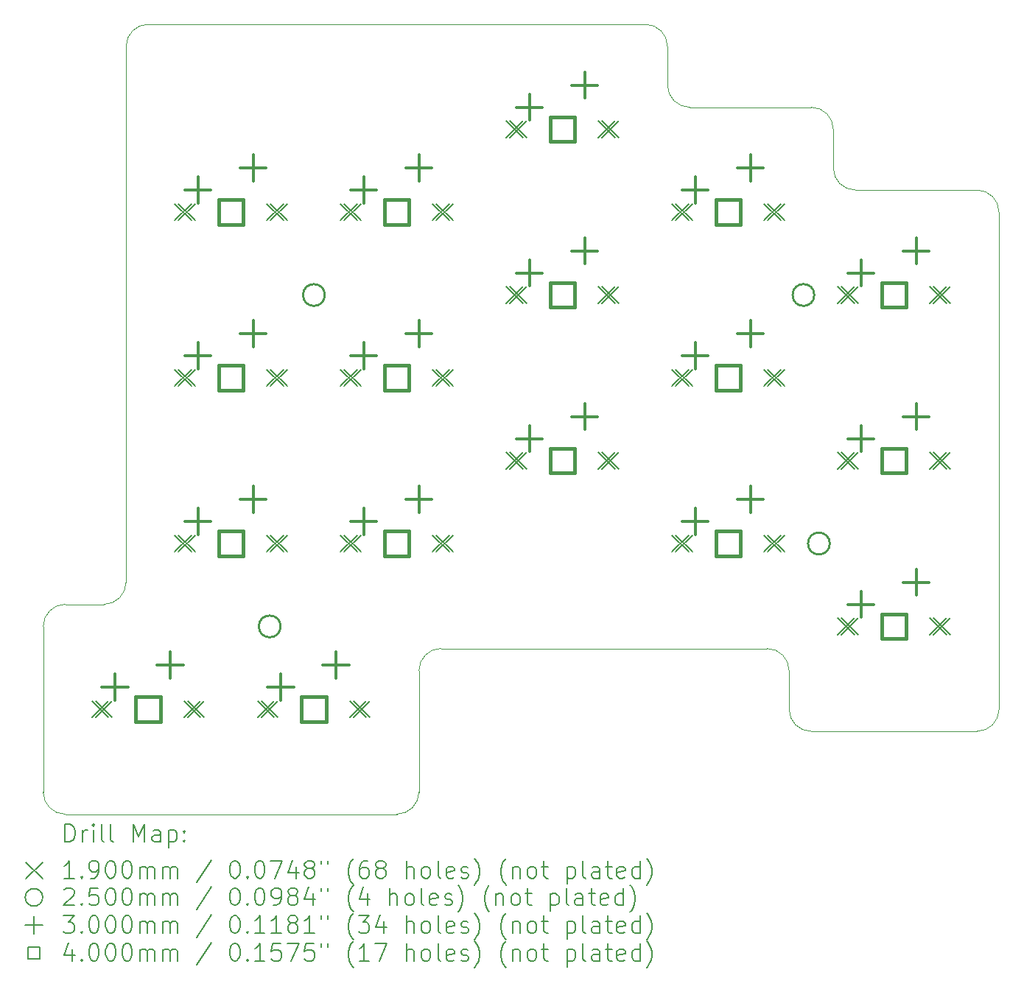
<source format=gbr>
%FSLAX45Y45*%
G04 Gerber Fmt 4.5, Leading zero omitted, Abs format (unit mm)*
G04 Created by KiCad (PCBNEW (6.0.5-0)) date 2022-06-17 11:22:57*
%MOMM*%
%LPD*%
G01*
G04 APERTURE LIST*
%TA.AperFunction,Profile*%
%ADD10C,0.120000*%
%TD*%
%ADD11C,0.200000*%
%ADD12C,0.190000*%
%ADD13C,0.250000*%
%ADD14C,0.300000*%
%ADD15C,0.400000*%
G04 APERTURE END LIST*
D10*
X5016500Y952500D02*
G75*
G03*
X4762500Y1206500I-254000J0D01*
G01*
X3111500Y1460500D02*
X3111500Y1905000D01*
X-5270500Y-3556000D02*
G75*
G03*
X-5016500Y-3302000I0J254000D01*
G01*
X1206500Y2857500D02*
G75*
G03*
X952500Y3111500I-254000J0D01*
G01*
X2603500Y-4318000D02*
G75*
G03*
X2349500Y-4064000I-254000J0D01*
G01*
X2857500Y-5016500D02*
X4762500Y-5016500D01*
X-5969000Y-5715000D02*
G75*
G03*
X-5715000Y-5969000I254000J0D01*
G01*
X2349500Y-4064000D02*
X-1397000Y-4064000D01*
X5016500Y-4762500D02*
X5016500Y952500D01*
X-4762500Y3111500D02*
G75*
G03*
X-5016500Y2857500I0J-254000D01*
G01*
X-5969000Y-3810000D02*
X-5969000Y-4064000D01*
X-1905000Y-5969000D02*
G75*
G03*
X-1651000Y-5715000I0J254000D01*
G01*
X-1905000Y-5969000D02*
X-5461000Y-5969000D01*
X-5969000Y-5715000D02*
X-5969000Y-4064000D01*
X-5715000Y-5969000D02*
X-5461000Y-5969000D01*
X3111500Y1460500D02*
G75*
G03*
X3365500Y1206500I254000J0D01*
G01*
X1206500Y2857500D02*
X1206500Y2413000D01*
X1206500Y2413000D02*
G75*
G03*
X1460500Y2159000I254000J0D01*
G01*
X1460500Y2159000D02*
X2857500Y2159000D01*
X-952500Y3111500D02*
X-4762500Y3111500D01*
X-5016500Y2857500D02*
X-5016500Y-3302000D01*
X2603500Y-4762500D02*
G75*
G03*
X2857500Y-5016500I254000J0D01*
G01*
X2603500Y-4318000D02*
X2603500Y-4762500D01*
X952500Y3111500D02*
X-952500Y3111500D01*
X-1397000Y-4064000D02*
G75*
G03*
X-1651000Y-4318000I0J-254000D01*
G01*
X-5715000Y-3556000D02*
G75*
G03*
X-5969000Y-3810000I0J-254000D01*
G01*
X-5270500Y-3556000D02*
X-5715000Y-3556000D01*
X-1651000Y-5715000D02*
X-1651000Y-4318000D01*
X4762500Y-5016500D02*
G75*
G03*
X5016500Y-4762500I0J254000D01*
G01*
X3111500Y1905000D02*
G75*
G03*
X2857500Y2159000I-254000J0D01*
G01*
X4762500Y1206500D02*
X3365500Y1206500D01*
D11*
D12*
X-5407500Y-4667500D02*
X-5217500Y-4857500D01*
X-5217500Y-4667500D02*
X-5407500Y-4857500D01*
X-5365500Y-4667500D02*
X-5175500Y-4857500D01*
X-5175500Y-4667500D02*
X-5365500Y-4857500D01*
X-4455000Y1047500D02*
X-4265000Y857500D01*
X-4265000Y1047500D02*
X-4455000Y857500D01*
X-4455000Y-857500D02*
X-4265000Y-1047500D01*
X-4265000Y-857500D02*
X-4455000Y-1047500D01*
X-4455000Y-2762500D02*
X-4265000Y-2952500D01*
X-4265000Y-2762500D02*
X-4455000Y-2952500D01*
X-4413000Y1047500D02*
X-4223000Y857500D01*
X-4223000Y1047500D02*
X-4413000Y857500D01*
X-4413000Y-857500D02*
X-4223000Y-1047500D01*
X-4223000Y-857500D02*
X-4413000Y-1047500D01*
X-4413000Y-2762500D02*
X-4223000Y-2952500D01*
X-4223000Y-2762500D02*
X-4413000Y-2952500D01*
X-4349500Y-4667500D02*
X-4159500Y-4857500D01*
X-4159500Y-4667500D02*
X-4349500Y-4857500D01*
X-4307500Y-4667500D02*
X-4117500Y-4857500D01*
X-4117500Y-4667500D02*
X-4307500Y-4857500D01*
X-3502500Y-4667500D02*
X-3312500Y-4857500D01*
X-3312500Y-4667500D02*
X-3502500Y-4857500D01*
X-3460500Y-4667500D02*
X-3270500Y-4857500D01*
X-3270500Y-4667500D02*
X-3460500Y-4857500D01*
X-3397000Y1047500D02*
X-3207000Y857500D01*
X-3207000Y1047500D02*
X-3397000Y857500D01*
X-3397000Y-857500D02*
X-3207000Y-1047500D01*
X-3207000Y-857500D02*
X-3397000Y-1047500D01*
X-3397000Y-2762500D02*
X-3207000Y-2952500D01*
X-3207000Y-2762500D02*
X-3397000Y-2952500D01*
X-3355000Y1047500D02*
X-3165000Y857500D01*
X-3165000Y1047500D02*
X-3355000Y857500D01*
X-3355000Y-857500D02*
X-3165000Y-1047500D01*
X-3165000Y-857500D02*
X-3355000Y-1047500D01*
X-3355000Y-2762500D02*
X-3165000Y-2952500D01*
X-3165000Y-2762500D02*
X-3355000Y-2952500D01*
X-2550000Y1047500D02*
X-2360000Y857500D01*
X-2360000Y1047500D02*
X-2550000Y857500D01*
X-2550000Y-857500D02*
X-2360000Y-1047500D01*
X-2360000Y-857500D02*
X-2550000Y-1047500D01*
X-2550000Y-2762500D02*
X-2360000Y-2952500D01*
X-2360000Y-2762500D02*
X-2550000Y-2952500D01*
X-2508000Y1047500D02*
X-2318000Y857500D01*
X-2318000Y1047500D02*
X-2508000Y857500D01*
X-2508000Y-857500D02*
X-2318000Y-1047500D01*
X-2318000Y-857500D02*
X-2508000Y-1047500D01*
X-2508000Y-2762500D02*
X-2318000Y-2952500D01*
X-2318000Y-2762500D02*
X-2508000Y-2952500D01*
X-2444500Y-4667500D02*
X-2254500Y-4857500D01*
X-2254500Y-4667500D02*
X-2444500Y-4857500D01*
X-2402500Y-4667500D02*
X-2212500Y-4857500D01*
X-2212500Y-4667500D02*
X-2402500Y-4857500D01*
X-1492000Y1047500D02*
X-1302000Y857500D01*
X-1302000Y1047500D02*
X-1492000Y857500D01*
X-1492000Y-857500D02*
X-1302000Y-1047500D01*
X-1302000Y-857500D02*
X-1492000Y-1047500D01*
X-1492000Y-2762500D02*
X-1302000Y-2952500D01*
X-1302000Y-2762500D02*
X-1492000Y-2952500D01*
X-1450000Y1047500D02*
X-1260000Y857500D01*
X-1260000Y1047500D02*
X-1450000Y857500D01*
X-1450000Y-857500D02*
X-1260000Y-1047500D01*
X-1260000Y-857500D02*
X-1450000Y-1047500D01*
X-1450000Y-2762500D02*
X-1260000Y-2952500D01*
X-1260000Y-2762500D02*
X-1450000Y-2952500D01*
X-645000Y2000000D02*
X-455000Y1810000D01*
X-455000Y2000000D02*
X-645000Y1810000D01*
X-645000Y95000D02*
X-455000Y-95000D01*
X-455000Y95000D02*
X-645000Y-95000D01*
X-645000Y-1810000D02*
X-455000Y-2000000D01*
X-455000Y-1810000D02*
X-645000Y-2000000D01*
X-603000Y2000000D02*
X-413000Y1810000D01*
X-413000Y2000000D02*
X-603000Y1810000D01*
X-603000Y95000D02*
X-413000Y-95000D01*
X-413000Y95000D02*
X-603000Y-95000D01*
X-603000Y-1810000D02*
X-413000Y-2000000D01*
X-413000Y-1810000D02*
X-603000Y-2000000D01*
X413000Y2000000D02*
X603000Y1810000D01*
X603000Y2000000D02*
X413000Y1810000D01*
X413000Y95000D02*
X603000Y-95000D01*
X603000Y95000D02*
X413000Y-95000D01*
X413000Y-1810000D02*
X603000Y-2000000D01*
X603000Y-1810000D02*
X413000Y-2000000D01*
X455000Y2000000D02*
X645000Y1810000D01*
X645000Y2000000D02*
X455000Y1810000D01*
X455000Y95000D02*
X645000Y-95000D01*
X645000Y95000D02*
X455000Y-95000D01*
X455000Y-1810000D02*
X645000Y-2000000D01*
X645000Y-1810000D02*
X455000Y-2000000D01*
X1260000Y1047500D02*
X1450000Y857500D01*
X1450000Y1047500D02*
X1260000Y857500D01*
X1260000Y-857500D02*
X1450000Y-1047500D01*
X1450000Y-857500D02*
X1260000Y-1047500D01*
X1260000Y-2762500D02*
X1450000Y-2952500D01*
X1450000Y-2762500D02*
X1260000Y-2952500D01*
X1302000Y1047500D02*
X1492000Y857500D01*
X1492000Y1047500D02*
X1302000Y857500D01*
X1302000Y-857500D02*
X1492000Y-1047500D01*
X1492000Y-857500D02*
X1302000Y-1047500D01*
X1302000Y-2762500D02*
X1492000Y-2952500D01*
X1492000Y-2762500D02*
X1302000Y-2952500D01*
X2318000Y1047500D02*
X2508000Y857500D01*
X2508000Y1047500D02*
X2318000Y857500D01*
X2318000Y-857500D02*
X2508000Y-1047500D01*
X2508000Y-857500D02*
X2318000Y-1047500D01*
X2318000Y-2762500D02*
X2508000Y-2952500D01*
X2508000Y-2762500D02*
X2318000Y-2952500D01*
X2360000Y1047500D02*
X2550000Y857500D01*
X2550000Y1047500D02*
X2360000Y857500D01*
X2360000Y-857500D02*
X2550000Y-1047500D01*
X2550000Y-857500D02*
X2360000Y-1047500D01*
X2360000Y-2762500D02*
X2550000Y-2952500D01*
X2550000Y-2762500D02*
X2360000Y-2952500D01*
X3165000Y95000D02*
X3355000Y-95000D01*
X3355000Y95000D02*
X3165000Y-95000D01*
X3165000Y-1810000D02*
X3355000Y-2000000D01*
X3355000Y-1810000D02*
X3165000Y-2000000D01*
X3165000Y-3715000D02*
X3355000Y-3905000D01*
X3355000Y-3715000D02*
X3165000Y-3905000D01*
X3207000Y95000D02*
X3397000Y-95000D01*
X3397000Y95000D02*
X3207000Y-95000D01*
X3207000Y-1810000D02*
X3397000Y-2000000D01*
X3397000Y-1810000D02*
X3207000Y-2000000D01*
X3207000Y-3715000D02*
X3397000Y-3905000D01*
X3397000Y-3715000D02*
X3207000Y-3905000D01*
X4223000Y95000D02*
X4413000Y-95000D01*
X4413000Y95000D02*
X4223000Y-95000D01*
X4223000Y-1810000D02*
X4413000Y-2000000D01*
X4413000Y-1810000D02*
X4223000Y-2000000D01*
X4223000Y-3715000D02*
X4413000Y-3905000D01*
X4413000Y-3715000D02*
X4223000Y-3905000D01*
X4265000Y95000D02*
X4455000Y-95000D01*
X4455000Y95000D02*
X4265000Y-95000D01*
X4265000Y-1810000D02*
X4455000Y-2000000D01*
X4455000Y-1810000D02*
X4265000Y-2000000D01*
X4265000Y-3715000D02*
X4455000Y-3905000D01*
X4455000Y-3715000D02*
X4265000Y-3905000D01*
D13*
X-3240500Y-3810000D02*
G75*
G03*
X-3240500Y-3810000I-125000J0D01*
G01*
X-2732500Y0D02*
G75*
G03*
X-2732500Y0I-125000J0D01*
G01*
X2893600Y0D02*
G75*
G03*
X2893600Y0I-125000J0D01*
G01*
X3071400Y-2857500D02*
G75*
G03*
X3071400Y-2857500I-125000J0D01*
G01*
D14*
X-5143500Y-4358500D02*
X-5143500Y-4658500D01*
X-5293500Y-4508500D02*
X-4993500Y-4508500D01*
X-4508500Y-4104500D02*
X-4508500Y-4404500D01*
X-4658500Y-4254500D02*
X-4358500Y-4254500D01*
X-4191000Y1356500D02*
X-4191000Y1056500D01*
X-4341000Y1206500D02*
X-4041000Y1206500D01*
X-4191000Y-548500D02*
X-4191000Y-848500D01*
X-4341000Y-698500D02*
X-4041000Y-698500D01*
X-4191000Y-2453500D02*
X-4191000Y-2753500D01*
X-4341000Y-2603500D02*
X-4041000Y-2603500D01*
X-3556000Y1610500D02*
X-3556000Y1310500D01*
X-3706000Y1460500D02*
X-3406000Y1460500D01*
X-3556000Y-294500D02*
X-3556000Y-594500D01*
X-3706000Y-444500D02*
X-3406000Y-444500D01*
X-3556000Y-2199500D02*
X-3556000Y-2499500D01*
X-3706000Y-2349500D02*
X-3406000Y-2349500D01*
X-3238500Y-4358500D02*
X-3238500Y-4658500D01*
X-3388500Y-4508500D02*
X-3088500Y-4508500D01*
X-2603500Y-4104500D02*
X-2603500Y-4404500D01*
X-2753500Y-4254500D02*
X-2453500Y-4254500D01*
X-2286000Y1356500D02*
X-2286000Y1056500D01*
X-2436000Y1206500D02*
X-2136000Y1206500D01*
X-2286000Y-548500D02*
X-2286000Y-848500D01*
X-2436000Y-698500D02*
X-2136000Y-698500D01*
X-2286000Y-2453500D02*
X-2286000Y-2753500D01*
X-2436000Y-2603500D02*
X-2136000Y-2603500D01*
X-1651000Y1610500D02*
X-1651000Y1310500D01*
X-1801000Y1460500D02*
X-1501000Y1460500D01*
X-1651000Y-294500D02*
X-1651000Y-594500D01*
X-1801000Y-444500D02*
X-1501000Y-444500D01*
X-1651000Y-2199500D02*
X-1651000Y-2499500D01*
X-1801000Y-2349500D02*
X-1501000Y-2349500D01*
X-381000Y2309000D02*
X-381000Y2009000D01*
X-531000Y2159000D02*
X-231000Y2159000D01*
X-381000Y404000D02*
X-381000Y104000D01*
X-531000Y254000D02*
X-231000Y254000D01*
X-381000Y-1501000D02*
X-381000Y-1801000D01*
X-531000Y-1651000D02*
X-231000Y-1651000D01*
X254000Y2563000D02*
X254000Y2263000D01*
X104000Y2413000D02*
X404000Y2413000D01*
X254000Y658000D02*
X254000Y358000D01*
X104000Y508000D02*
X404000Y508000D01*
X254000Y-1247000D02*
X254000Y-1547000D01*
X104000Y-1397000D02*
X404000Y-1397000D01*
X1524000Y1356500D02*
X1524000Y1056500D01*
X1374000Y1206500D02*
X1674000Y1206500D01*
X1524000Y-548500D02*
X1524000Y-848500D01*
X1374000Y-698500D02*
X1674000Y-698500D01*
X1524000Y-2453500D02*
X1524000Y-2753500D01*
X1374000Y-2603500D02*
X1674000Y-2603500D01*
X2159000Y1610500D02*
X2159000Y1310500D01*
X2009000Y1460500D02*
X2309000Y1460500D01*
X2159000Y-294500D02*
X2159000Y-594500D01*
X2009000Y-444500D02*
X2309000Y-444500D01*
X2159000Y-2199500D02*
X2159000Y-2499500D01*
X2009000Y-2349500D02*
X2309000Y-2349500D01*
X3429000Y404000D02*
X3429000Y104000D01*
X3279000Y254000D02*
X3579000Y254000D01*
X3429000Y-1501000D02*
X3429000Y-1801000D01*
X3279000Y-1651000D02*
X3579000Y-1651000D01*
X3429000Y-3406000D02*
X3429000Y-3706000D01*
X3279000Y-3556000D02*
X3579000Y-3556000D01*
X4064000Y658000D02*
X4064000Y358000D01*
X3914000Y508000D02*
X4214000Y508000D01*
X4064000Y-1247000D02*
X4064000Y-1547000D01*
X3914000Y-1397000D02*
X4214000Y-1397000D01*
X4064000Y-3152000D02*
X4064000Y-3452000D01*
X3914000Y-3302000D02*
X4214000Y-3302000D01*
D15*
X-4621077Y-4903923D02*
X-4621077Y-4621077D01*
X-4903923Y-4621077D01*
X-4903923Y-4903923D01*
X-4621077Y-4903923D01*
X-3668577Y811077D02*
X-3668577Y1093923D01*
X-3951423Y1093923D01*
X-3951423Y811077D01*
X-3668577Y811077D01*
X-3668577Y-1093923D02*
X-3668577Y-811077D01*
X-3951423Y-811077D01*
X-3951423Y-1093923D01*
X-3668577Y-1093923D01*
X-3668577Y-2998923D02*
X-3668577Y-2716077D01*
X-3951423Y-2716077D01*
X-3951423Y-2998923D01*
X-3668577Y-2998923D01*
X-2716077Y-4903923D02*
X-2716077Y-4621077D01*
X-2998923Y-4621077D01*
X-2998923Y-4903923D01*
X-2716077Y-4903923D01*
X-1763577Y811077D02*
X-1763577Y1093923D01*
X-2046423Y1093923D01*
X-2046423Y811077D01*
X-1763577Y811077D01*
X-1763577Y-1093923D02*
X-1763577Y-811077D01*
X-2046423Y-811077D01*
X-2046423Y-1093923D01*
X-1763577Y-1093923D01*
X-1763577Y-2998923D02*
X-1763577Y-2716077D01*
X-2046423Y-2716077D01*
X-2046423Y-2998923D01*
X-1763577Y-2998923D01*
X141423Y1763577D02*
X141423Y2046423D01*
X-141423Y2046423D01*
X-141423Y1763577D01*
X141423Y1763577D01*
X141423Y-141423D02*
X141423Y141423D01*
X-141423Y141423D01*
X-141423Y-141423D01*
X141423Y-141423D01*
X141423Y-2046423D02*
X141423Y-1763577D01*
X-141423Y-1763577D01*
X-141423Y-2046423D01*
X141423Y-2046423D01*
X2046423Y811077D02*
X2046423Y1093923D01*
X1763577Y1093923D01*
X1763577Y811077D01*
X2046423Y811077D01*
X2046423Y-1093923D02*
X2046423Y-811077D01*
X1763577Y-811077D01*
X1763577Y-1093923D01*
X2046423Y-1093923D01*
X2046423Y-2998923D02*
X2046423Y-2716077D01*
X1763577Y-2716077D01*
X1763577Y-2998923D01*
X2046423Y-2998923D01*
X3951423Y-141423D02*
X3951423Y141423D01*
X3668577Y141423D01*
X3668577Y-141423D01*
X3951423Y-141423D01*
X3951423Y-2046423D02*
X3951423Y-1763577D01*
X3668577Y-1763577D01*
X3668577Y-2046423D01*
X3951423Y-2046423D01*
X3951423Y-3951423D02*
X3951423Y-3668577D01*
X3668577Y-3668577D01*
X3668577Y-3951423D01*
X3951423Y-3951423D01*
D11*
X-5717381Y-6285476D02*
X-5717381Y-6085476D01*
X-5669762Y-6085476D01*
X-5641190Y-6095000D01*
X-5622143Y-6114048D01*
X-5612619Y-6133095D01*
X-5603095Y-6171190D01*
X-5603095Y-6199762D01*
X-5612619Y-6237857D01*
X-5622143Y-6256905D01*
X-5641190Y-6275952D01*
X-5669762Y-6285476D01*
X-5717381Y-6285476D01*
X-5517381Y-6285476D02*
X-5517381Y-6152143D01*
X-5517381Y-6190238D02*
X-5507857Y-6171190D01*
X-5498333Y-6161667D01*
X-5479286Y-6152143D01*
X-5460238Y-6152143D01*
X-5393572Y-6285476D02*
X-5393572Y-6152143D01*
X-5393572Y-6085476D02*
X-5403095Y-6095000D01*
X-5393572Y-6104524D01*
X-5384048Y-6095000D01*
X-5393572Y-6085476D01*
X-5393572Y-6104524D01*
X-5269762Y-6285476D02*
X-5288810Y-6275952D01*
X-5298333Y-6256905D01*
X-5298333Y-6085476D01*
X-5165000Y-6285476D02*
X-5184048Y-6275952D01*
X-5193572Y-6256905D01*
X-5193572Y-6085476D01*
X-4936429Y-6285476D02*
X-4936429Y-6085476D01*
X-4869762Y-6228333D01*
X-4803095Y-6085476D01*
X-4803095Y-6285476D01*
X-4622143Y-6285476D02*
X-4622143Y-6180714D01*
X-4631667Y-6161667D01*
X-4650714Y-6152143D01*
X-4688810Y-6152143D01*
X-4707857Y-6161667D01*
X-4622143Y-6275952D02*
X-4641191Y-6285476D01*
X-4688810Y-6285476D01*
X-4707857Y-6275952D01*
X-4717381Y-6256905D01*
X-4717381Y-6237857D01*
X-4707857Y-6218809D01*
X-4688810Y-6209286D01*
X-4641191Y-6209286D01*
X-4622143Y-6199762D01*
X-4526905Y-6152143D02*
X-4526905Y-6352143D01*
X-4526905Y-6161667D02*
X-4507857Y-6152143D01*
X-4469762Y-6152143D01*
X-4450714Y-6161667D01*
X-4441191Y-6171190D01*
X-4431667Y-6190238D01*
X-4431667Y-6247381D01*
X-4441191Y-6266428D01*
X-4450714Y-6275952D01*
X-4469762Y-6285476D01*
X-4507857Y-6285476D01*
X-4526905Y-6275952D01*
X-4345952Y-6266428D02*
X-4336429Y-6275952D01*
X-4345952Y-6285476D01*
X-4355476Y-6275952D01*
X-4345952Y-6266428D01*
X-4345952Y-6285476D01*
X-4345952Y-6161667D02*
X-4336429Y-6171190D01*
X-4345952Y-6180714D01*
X-4355476Y-6171190D01*
X-4345952Y-6161667D01*
X-4345952Y-6180714D01*
D12*
X-6165000Y-6520000D02*
X-5975000Y-6710000D01*
X-5975000Y-6520000D02*
X-6165000Y-6710000D01*
D11*
X-5612619Y-6705476D02*
X-5726905Y-6705476D01*
X-5669762Y-6705476D02*
X-5669762Y-6505476D01*
X-5688810Y-6534048D01*
X-5707857Y-6553095D01*
X-5726905Y-6562619D01*
X-5526905Y-6686428D02*
X-5517381Y-6695952D01*
X-5526905Y-6705476D01*
X-5536429Y-6695952D01*
X-5526905Y-6686428D01*
X-5526905Y-6705476D01*
X-5422143Y-6705476D02*
X-5384048Y-6705476D01*
X-5365000Y-6695952D01*
X-5355476Y-6686428D01*
X-5336429Y-6657857D01*
X-5326905Y-6619762D01*
X-5326905Y-6543571D01*
X-5336429Y-6524524D01*
X-5345952Y-6515000D01*
X-5365000Y-6505476D01*
X-5403095Y-6505476D01*
X-5422143Y-6515000D01*
X-5431667Y-6524524D01*
X-5441191Y-6543571D01*
X-5441191Y-6591190D01*
X-5431667Y-6610238D01*
X-5422143Y-6619762D01*
X-5403095Y-6629286D01*
X-5365000Y-6629286D01*
X-5345952Y-6619762D01*
X-5336429Y-6610238D01*
X-5326905Y-6591190D01*
X-5203095Y-6505476D02*
X-5184048Y-6505476D01*
X-5165000Y-6515000D01*
X-5155476Y-6524524D01*
X-5145952Y-6543571D01*
X-5136429Y-6581667D01*
X-5136429Y-6629286D01*
X-5145952Y-6667381D01*
X-5155476Y-6686428D01*
X-5165000Y-6695952D01*
X-5184048Y-6705476D01*
X-5203095Y-6705476D01*
X-5222143Y-6695952D01*
X-5231667Y-6686428D01*
X-5241191Y-6667381D01*
X-5250714Y-6629286D01*
X-5250714Y-6581667D01*
X-5241191Y-6543571D01*
X-5231667Y-6524524D01*
X-5222143Y-6515000D01*
X-5203095Y-6505476D01*
X-5012619Y-6505476D02*
X-4993572Y-6505476D01*
X-4974524Y-6515000D01*
X-4965000Y-6524524D01*
X-4955476Y-6543571D01*
X-4945952Y-6581667D01*
X-4945952Y-6629286D01*
X-4955476Y-6667381D01*
X-4965000Y-6686428D01*
X-4974524Y-6695952D01*
X-4993572Y-6705476D01*
X-5012619Y-6705476D01*
X-5031667Y-6695952D01*
X-5041191Y-6686428D01*
X-5050714Y-6667381D01*
X-5060238Y-6629286D01*
X-5060238Y-6581667D01*
X-5050714Y-6543571D01*
X-5041191Y-6524524D01*
X-5031667Y-6515000D01*
X-5012619Y-6505476D01*
X-4860238Y-6705476D02*
X-4860238Y-6572143D01*
X-4860238Y-6591190D02*
X-4850714Y-6581667D01*
X-4831667Y-6572143D01*
X-4803095Y-6572143D01*
X-4784048Y-6581667D01*
X-4774524Y-6600714D01*
X-4774524Y-6705476D01*
X-4774524Y-6600714D02*
X-4765000Y-6581667D01*
X-4745952Y-6572143D01*
X-4717381Y-6572143D01*
X-4698333Y-6581667D01*
X-4688810Y-6600714D01*
X-4688810Y-6705476D01*
X-4593572Y-6705476D02*
X-4593572Y-6572143D01*
X-4593572Y-6591190D02*
X-4584048Y-6581667D01*
X-4565000Y-6572143D01*
X-4536429Y-6572143D01*
X-4517381Y-6581667D01*
X-4507857Y-6600714D01*
X-4507857Y-6705476D01*
X-4507857Y-6600714D02*
X-4498333Y-6581667D01*
X-4479286Y-6572143D01*
X-4450714Y-6572143D01*
X-4431667Y-6581667D01*
X-4422143Y-6600714D01*
X-4422143Y-6705476D01*
X-4031667Y-6495952D02*
X-4203095Y-6753095D01*
X-3774524Y-6505476D02*
X-3755476Y-6505476D01*
X-3736429Y-6515000D01*
X-3726905Y-6524524D01*
X-3717381Y-6543571D01*
X-3707857Y-6581667D01*
X-3707857Y-6629286D01*
X-3717381Y-6667381D01*
X-3726905Y-6686428D01*
X-3736429Y-6695952D01*
X-3755476Y-6705476D01*
X-3774524Y-6705476D01*
X-3793571Y-6695952D01*
X-3803095Y-6686428D01*
X-3812619Y-6667381D01*
X-3822143Y-6629286D01*
X-3822143Y-6581667D01*
X-3812619Y-6543571D01*
X-3803095Y-6524524D01*
X-3793571Y-6515000D01*
X-3774524Y-6505476D01*
X-3622143Y-6686428D02*
X-3612619Y-6695952D01*
X-3622143Y-6705476D01*
X-3631667Y-6695952D01*
X-3622143Y-6686428D01*
X-3622143Y-6705476D01*
X-3488810Y-6505476D02*
X-3469762Y-6505476D01*
X-3450714Y-6515000D01*
X-3441190Y-6524524D01*
X-3431667Y-6543571D01*
X-3422143Y-6581667D01*
X-3422143Y-6629286D01*
X-3431667Y-6667381D01*
X-3441190Y-6686428D01*
X-3450714Y-6695952D01*
X-3469762Y-6705476D01*
X-3488810Y-6705476D01*
X-3507857Y-6695952D01*
X-3517381Y-6686428D01*
X-3526905Y-6667381D01*
X-3536429Y-6629286D01*
X-3536429Y-6581667D01*
X-3526905Y-6543571D01*
X-3517381Y-6524524D01*
X-3507857Y-6515000D01*
X-3488810Y-6505476D01*
X-3355476Y-6505476D02*
X-3222143Y-6505476D01*
X-3307857Y-6705476D01*
X-3060238Y-6572143D02*
X-3060238Y-6705476D01*
X-3107857Y-6495952D02*
X-3155476Y-6638809D01*
X-3031667Y-6638809D01*
X-2926905Y-6591190D02*
X-2945952Y-6581667D01*
X-2955476Y-6572143D01*
X-2965000Y-6553095D01*
X-2965000Y-6543571D01*
X-2955476Y-6524524D01*
X-2945952Y-6515000D01*
X-2926905Y-6505476D01*
X-2888810Y-6505476D01*
X-2869762Y-6515000D01*
X-2860238Y-6524524D01*
X-2850714Y-6543571D01*
X-2850714Y-6553095D01*
X-2860238Y-6572143D01*
X-2869762Y-6581667D01*
X-2888810Y-6591190D01*
X-2926905Y-6591190D01*
X-2945952Y-6600714D01*
X-2955476Y-6610238D01*
X-2965000Y-6629286D01*
X-2965000Y-6667381D01*
X-2955476Y-6686428D01*
X-2945952Y-6695952D01*
X-2926905Y-6705476D01*
X-2888810Y-6705476D01*
X-2869762Y-6695952D01*
X-2860238Y-6686428D01*
X-2850714Y-6667381D01*
X-2850714Y-6629286D01*
X-2860238Y-6610238D01*
X-2869762Y-6600714D01*
X-2888810Y-6591190D01*
X-2774524Y-6505476D02*
X-2774524Y-6543571D01*
X-2698333Y-6505476D02*
X-2698333Y-6543571D01*
X-2403095Y-6781667D02*
X-2412619Y-6772143D01*
X-2431667Y-6743571D01*
X-2441191Y-6724524D01*
X-2450714Y-6695952D01*
X-2460238Y-6648333D01*
X-2460238Y-6610238D01*
X-2450714Y-6562619D01*
X-2441191Y-6534048D01*
X-2431667Y-6515000D01*
X-2412619Y-6486428D01*
X-2403095Y-6476905D01*
X-2241191Y-6505476D02*
X-2279286Y-6505476D01*
X-2298333Y-6515000D01*
X-2307857Y-6524524D01*
X-2326905Y-6553095D01*
X-2336429Y-6591190D01*
X-2336429Y-6667381D01*
X-2326905Y-6686428D01*
X-2317381Y-6695952D01*
X-2298333Y-6705476D01*
X-2260238Y-6705476D01*
X-2241191Y-6695952D01*
X-2231667Y-6686428D01*
X-2222143Y-6667381D01*
X-2222143Y-6619762D01*
X-2231667Y-6600714D01*
X-2241191Y-6591190D01*
X-2260238Y-6581667D01*
X-2298333Y-6581667D01*
X-2317381Y-6591190D01*
X-2326905Y-6600714D01*
X-2336429Y-6619762D01*
X-2107857Y-6591190D02*
X-2126905Y-6581667D01*
X-2136429Y-6572143D01*
X-2145952Y-6553095D01*
X-2145952Y-6543571D01*
X-2136429Y-6524524D01*
X-2126905Y-6515000D01*
X-2107857Y-6505476D01*
X-2069762Y-6505476D01*
X-2050714Y-6515000D01*
X-2041190Y-6524524D01*
X-2031667Y-6543571D01*
X-2031667Y-6553095D01*
X-2041190Y-6572143D01*
X-2050714Y-6581667D01*
X-2069762Y-6591190D01*
X-2107857Y-6591190D01*
X-2126905Y-6600714D01*
X-2136429Y-6610238D01*
X-2145952Y-6629286D01*
X-2145952Y-6667381D01*
X-2136429Y-6686428D01*
X-2126905Y-6695952D01*
X-2107857Y-6705476D01*
X-2069762Y-6705476D01*
X-2050714Y-6695952D01*
X-2041190Y-6686428D01*
X-2031667Y-6667381D01*
X-2031667Y-6629286D01*
X-2041190Y-6610238D01*
X-2050714Y-6600714D01*
X-2069762Y-6591190D01*
X-1793571Y-6705476D02*
X-1793571Y-6505476D01*
X-1707857Y-6705476D02*
X-1707857Y-6600714D01*
X-1717381Y-6581667D01*
X-1736429Y-6572143D01*
X-1765000Y-6572143D01*
X-1784048Y-6581667D01*
X-1793571Y-6591190D01*
X-1584048Y-6705476D02*
X-1603095Y-6695952D01*
X-1612619Y-6686428D01*
X-1622143Y-6667381D01*
X-1622143Y-6610238D01*
X-1612619Y-6591190D01*
X-1603095Y-6581667D01*
X-1584048Y-6572143D01*
X-1555476Y-6572143D01*
X-1536429Y-6581667D01*
X-1526905Y-6591190D01*
X-1517381Y-6610238D01*
X-1517381Y-6667381D01*
X-1526905Y-6686428D01*
X-1536429Y-6695952D01*
X-1555476Y-6705476D01*
X-1584048Y-6705476D01*
X-1403095Y-6705476D02*
X-1422143Y-6695952D01*
X-1431667Y-6676905D01*
X-1431667Y-6505476D01*
X-1250714Y-6695952D02*
X-1269762Y-6705476D01*
X-1307857Y-6705476D01*
X-1326905Y-6695952D01*
X-1336429Y-6676905D01*
X-1336429Y-6600714D01*
X-1326905Y-6581667D01*
X-1307857Y-6572143D01*
X-1269762Y-6572143D01*
X-1250714Y-6581667D01*
X-1241191Y-6600714D01*
X-1241191Y-6619762D01*
X-1336429Y-6638809D01*
X-1165000Y-6695952D02*
X-1145952Y-6705476D01*
X-1107857Y-6705476D01*
X-1088810Y-6695952D01*
X-1079286Y-6676905D01*
X-1079286Y-6667381D01*
X-1088810Y-6648333D01*
X-1107857Y-6638809D01*
X-1136429Y-6638809D01*
X-1155476Y-6629286D01*
X-1165000Y-6610238D01*
X-1165000Y-6600714D01*
X-1155476Y-6581667D01*
X-1136429Y-6572143D01*
X-1107857Y-6572143D01*
X-1088810Y-6581667D01*
X-1012619Y-6781667D02*
X-1003095Y-6772143D01*
X-984048Y-6743571D01*
X-974524Y-6724524D01*
X-965000Y-6695952D01*
X-955476Y-6648333D01*
X-955476Y-6610238D01*
X-965000Y-6562619D01*
X-974524Y-6534048D01*
X-984048Y-6515000D01*
X-1003095Y-6486428D01*
X-1012619Y-6476905D01*
X-650714Y-6781667D02*
X-660238Y-6772143D01*
X-679286Y-6743571D01*
X-688810Y-6724524D01*
X-698333Y-6695952D01*
X-707857Y-6648333D01*
X-707857Y-6610238D01*
X-698333Y-6562619D01*
X-688810Y-6534048D01*
X-679286Y-6515000D01*
X-660238Y-6486428D01*
X-650714Y-6476905D01*
X-574524Y-6572143D02*
X-574524Y-6705476D01*
X-574524Y-6591190D02*
X-565000Y-6581667D01*
X-545952Y-6572143D01*
X-517381Y-6572143D01*
X-498333Y-6581667D01*
X-488810Y-6600714D01*
X-488810Y-6705476D01*
X-365000Y-6705476D02*
X-384048Y-6695952D01*
X-393571Y-6686428D01*
X-403095Y-6667381D01*
X-403095Y-6610238D01*
X-393571Y-6591190D01*
X-384048Y-6581667D01*
X-365000Y-6572143D01*
X-336429Y-6572143D01*
X-317381Y-6581667D01*
X-307857Y-6591190D01*
X-298333Y-6610238D01*
X-298333Y-6667381D01*
X-307857Y-6686428D01*
X-317381Y-6695952D01*
X-336429Y-6705476D01*
X-365000Y-6705476D01*
X-241190Y-6572143D02*
X-165000Y-6572143D01*
X-212619Y-6505476D02*
X-212619Y-6676905D01*
X-203095Y-6695952D01*
X-184048Y-6705476D01*
X-165000Y-6705476D01*
X54048Y-6572143D02*
X54048Y-6772143D01*
X54048Y-6581667D02*
X73095Y-6572143D01*
X111190Y-6572143D01*
X130238Y-6581667D01*
X139762Y-6591190D01*
X149286Y-6610238D01*
X149286Y-6667381D01*
X139762Y-6686428D01*
X130238Y-6695952D01*
X111190Y-6705476D01*
X73095Y-6705476D01*
X54048Y-6695952D01*
X263571Y-6705476D02*
X244524Y-6695952D01*
X235000Y-6676905D01*
X235000Y-6505476D01*
X425476Y-6705476D02*
X425476Y-6600714D01*
X415952Y-6581667D01*
X396905Y-6572143D01*
X358809Y-6572143D01*
X339762Y-6581667D01*
X425476Y-6695952D02*
X406428Y-6705476D01*
X358809Y-6705476D01*
X339762Y-6695952D01*
X330238Y-6676905D01*
X330238Y-6657857D01*
X339762Y-6638809D01*
X358809Y-6629286D01*
X406428Y-6629286D01*
X425476Y-6619762D01*
X492143Y-6572143D02*
X568333Y-6572143D01*
X520714Y-6505476D02*
X520714Y-6676905D01*
X530238Y-6695952D01*
X549286Y-6705476D01*
X568333Y-6705476D01*
X711190Y-6695952D02*
X692143Y-6705476D01*
X654048Y-6705476D01*
X635000Y-6695952D01*
X625476Y-6676905D01*
X625476Y-6600714D01*
X635000Y-6581667D01*
X654048Y-6572143D01*
X692143Y-6572143D01*
X711190Y-6581667D01*
X720714Y-6600714D01*
X720714Y-6619762D01*
X625476Y-6638809D01*
X892143Y-6705476D02*
X892143Y-6505476D01*
X892143Y-6695952D02*
X873095Y-6705476D01*
X835000Y-6705476D01*
X815952Y-6695952D01*
X806428Y-6686428D01*
X796905Y-6667381D01*
X796905Y-6610238D01*
X806428Y-6591190D01*
X815952Y-6581667D01*
X835000Y-6572143D01*
X873095Y-6572143D01*
X892143Y-6581667D01*
X968333Y-6781667D02*
X977857Y-6772143D01*
X996905Y-6743571D01*
X1006428Y-6724524D01*
X1015952Y-6695952D01*
X1025476Y-6648333D01*
X1025476Y-6610238D01*
X1015952Y-6562619D01*
X1006428Y-6534048D01*
X996905Y-6515000D01*
X977857Y-6486428D01*
X968333Y-6476905D01*
X-5975000Y-6925000D02*
G75*
G03*
X-5975000Y-6925000I-100000J0D01*
G01*
X-5726905Y-6834524D02*
X-5717381Y-6825000D01*
X-5698333Y-6815476D01*
X-5650714Y-6815476D01*
X-5631667Y-6825000D01*
X-5622143Y-6834524D01*
X-5612619Y-6853571D01*
X-5612619Y-6872619D01*
X-5622143Y-6901190D01*
X-5736429Y-7015476D01*
X-5612619Y-7015476D01*
X-5526905Y-6996428D02*
X-5517381Y-7005952D01*
X-5526905Y-7015476D01*
X-5536429Y-7005952D01*
X-5526905Y-6996428D01*
X-5526905Y-7015476D01*
X-5336429Y-6815476D02*
X-5431667Y-6815476D01*
X-5441191Y-6910714D01*
X-5431667Y-6901190D01*
X-5412619Y-6891667D01*
X-5365000Y-6891667D01*
X-5345952Y-6901190D01*
X-5336429Y-6910714D01*
X-5326905Y-6929762D01*
X-5326905Y-6977381D01*
X-5336429Y-6996428D01*
X-5345952Y-7005952D01*
X-5365000Y-7015476D01*
X-5412619Y-7015476D01*
X-5431667Y-7005952D01*
X-5441191Y-6996428D01*
X-5203095Y-6815476D02*
X-5184048Y-6815476D01*
X-5165000Y-6825000D01*
X-5155476Y-6834524D01*
X-5145952Y-6853571D01*
X-5136429Y-6891667D01*
X-5136429Y-6939286D01*
X-5145952Y-6977381D01*
X-5155476Y-6996428D01*
X-5165000Y-7005952D01*
X-5184048Y-7015476D01*
X-5203095Y-7015476D01*
X-5222143Y-7005952D01*
X-5231667Y-6996428D01*
X-5241191Y-6977381D01*
X-5250714Y-6939286D01*
X-5250714Y-6891667D01*
X-5241191Y-6853571D01*
X-5231667Y-6834524D01*
X-5222143Y-6825000D01*
X-5203095Y-6815476D01*
X-5012619Y-6815476D02*
X-4993572Y-6815476D01*
X-4974524Y-6825000D01*
X-4965000Y-6834524D01*
X-4955476Y-6853571D01*
X-4945952Y-6891667D01*
X-4945952Y-6939286D01*
X-4955476Y-6977381D01*
X-4965000Y-6996428D01*
X-4974524Y-7005952D01*
X-4993572Y-7015476D01*
X-5012619Y-7015476D01*
X-5031667Y-7005952D01*
X-5041191Y-6996428D01*
X-5050714Y-6977381D01*
X-5060238Y-6939286D01*
X-5060238Y-6891667D01*
X-5050714Y-6853571D01*
X-5041191Y-6834524D01*
X-5031667Y-6825000D01*
X-5012619Y-6815476D01*
X-4860238Y-7015476D02*
X-4860238Y-6882143D01*
X-4860238Y-6901190D02*
X-4850714Y-6891667D01*
X-4831667Y-6882143D01*
X-4803095Y-6882143D01*
X-4784048Y-6891667D01*
X-4774524Y-6910714D01*
X-4774524Y-7015476D01*
X-4774524Y-6910714D02*
X-4765000Y-6891667D01*
X-4745952Y-6882143D01*
X-4717381Y-6882143D01*
X-4698333Y-6891667D01*
X-4688810Y-6910714D01*
X-4688810Y-7015476D01*
X-4593572Y-7015476D02*
X-4593572Y-6882143D01*
X-4593572Y-6901190D02*
X-4584048Y-6891667D01*
X-4565000Y-6882143D01*
X-4536429Y-6882143D01*
X-4517381Y-6891667D01*
X-4507857Y-6910714D01*
X-4507857Y-7015476D01*
X-4507857Y-6910714D02*
X-4498333Y-6891667D01*
X-4479286Y-6882143D01*
X-4450714Y-6882143D01*
X-4431667Y-6891667D01*
X-4422143Y-6910714D01*
X-4422143Y-7015476D01*
X-4031667Y-6805952D02*
X-4203095Y-7063095D01*
X-3774524Y-6815476D02*
X-3755476Y-6815476D01*
X-3736429Y-6825000D01*
X-3726905Y-6834524D01*
X-3717381Y-6853571D01*
X-3707857Y-6891667D01*
X-3707857Y-6939286D01*
X-3717381Y-6977381D01*
X-3726905Y-6996428D01*
X-3736429Y-7005952D01*
X-3755476Y-7015476D01*
X-3774524Y-7015476D01*
X-3793571Y-7005952D01*
X-3803095Y-6996428D01*
X-3812619Y-6977381D01*
X-3822143Y-6939286D01*
X-3822143Y-6891667D01*
X-3812619Y-6853571D01*
X-3803095Y-6834524D01*
X-3793571Y-6825000D01*
X-3774524Y-6815476D01*
X-3622143Y-6996428D02*
X-3612619Y-7005952D01*
X-3622143Y-7015476D01*
X-3631667Y-7005952D01*
X-3622143Y-6996428D01*
X-3622143Y-7015476D01*
X-3488810Y-6815476D02*
X-3469762Y-6815476D01*
X-3450714Y-6825000D01*
X-3441190Y-6834524D01*
X-3431667Y-6853571D01*
X-3422143Y-6891667D01*
X-3422143Y-6939286D01*
X-3431667Y-6977381D01*
X-3441190Y-6996428D01*
X-3450714Y-7005952D01*
X-3469762Y-7015476D01*
X-3488810Y-7015476D01*
X-3507857Y-7005952D01*
X-3517381Y-6996428D01*
X-3526905Y-6977381D01*
X-3536429Y-6939286D01*
X-3536429Y-6891667D01*
X-3526905Y-6853571D01*
X-3517381Y-6834524D01*
X-3507857Y-6825000D01*
X-3488810Y-6815476D01*
X-3326905Y-7015476D02*
X-3288810Y-7015476D01*
X-3269762Y-7005952D01*
X-3260238Y-6996428D01*
X-3241190Y-6967857D01*
X-3231667Y-6929762D01*
X-3231667Y-6853571D01*
X-3241190Y-6834524D01*
X-3250714Y-6825000D01*
X-3269762Y-6815476D01*
X-3307857Y-6815476D01*
X-3326905Y-6825000D01*
X-3336429Y-6834524D01*
X-3345952Y-6853571D01*
X-3345952Y-6901190D01*
X-3336429Y-6920238D01*
X-3326905Y-6929762D01*
X-3307857Y-6939286D01*
X-3269762Y-6939286D01*
X-3250714Y-6929762D01*
X-3241190Y-6920238D01*
X-3231667Y-6901190D01*
X-3117381Y-6901190D02*
X-3136429Y-6891667D01*
X-3145952Y-6882143D01*
X-3155476Y-6863095D01*
X-3155476Y-6853571D01*
X-3145952Y-6834524D01*
X-3136429Y-6825000D01*
X-3117381Y-6815476D01*
X-3079286Y-6815476D01*
X-3060238Y-6825000D01*
X-3050714Y-6834524D01*
X-3041190Y-6853571D01*
X-3041190Y-6863095D01*
X-3050714Y-6882143D01*
X-3060238Y-6891667D01*
X-3079286Y-6901190D01*
X-3117381Y-6901190D01*
X-3136429Y-6910714D01*
X-3145952Y-6920238D01*
X-3155476Y-6939286D01*
X-3155476Y-6977381D01*
X-3145952Y-6996428D01*
X-3136429Y-7005952D01*
X-3117381Y-7015476D01*
X-3079286Y-7015476D01*
X-3060238Y-7005952D01*
X-3050714Y-6996428D01*
X-3041190Y-6977381D01*
X-3041190Y-6939286D01*
X-3050714Y-6920238D01*
X-3060238Y-6910714D01*
X-3079286Y-6901190D01*
X-2869762Y-6882143D02*
X-2869762Y-7015476D01*
X-2917381Y-6805952D02*
X-2965000Y-6948809D01*
X-2841190Y-6948809D01*
X-2774524Y-6815476D02*
X-2774524Y-6853571D01*
X-2698333Y-6815476D02*
X-2698333Y-6853571D01*
X-2403095Y-7091667D02*
X-2412619Y-7082143D01*
X-2431667Y-7053571D01*
X-2441191Y-7034524D01*
X-2450714Y-7005952D01*
X-2460238Y-6958333D01*
X-2460238Y-6920238D01*
X-2450714Y-6872619D01*
X-2441191Y-6844048D01*
X-2431667Y-6825000D01*
X-2412619Y-6796428D01*
X-2403095Y-6786905D01*
X-2241191Y-6882143D02*
X-2241191Y-7015476D01*
X-2288810Y-6805952D02*
X-2336429Y-6948809D01*
X-2212619Y-6948809D01*
X-1984048Y-7015476D02*
X-1984048Y-6815476D01*
X-1898333Y-7015476D02*
X-1898333Y-6910714D01*
X-1907857Y-6891667D01*
X-1926905Y-6882143D01*
X-1955476Y-6882143D01*
X-1974524Y-6891667D01*
X-1984048Y-6901190D01*
X-1774524Y-7015476D02*
X-1793571Y-7005952D01*
X-1803095Y-6996428D01*
X-1812619Y-6977381D01*
X-1812619Y-6920238D01*
X-1803095Y-6901190D01*
X-1793571Y-6891667D01*
X-1774524Y-6882143D01*
X-1745952Y-6882143D01*
X-1726905Y-6891667D01*
X-1717381Y-6901190D01*
X-1707857Y-6920238D01*
X-1707857Y-6977381D01*
X-1717381Y-6996428D01*
X-1726905Y-7005952D01*
X-1745952Y-7015476D01*
X-1774524Y-7015476D01*
X-1593571Y-7015476D02*
X-1612619Y-7005952D01*
X-1622143Y-6986905D01*
X-1622143Y-6815476D01*
X-1441190Y-7005952D02*
X-1460238Y-7015476D01*
X-1498333Y-7015476D01*
X-1517381Y-7005952D01*
X-1526905Y-6986905D01*
X-1526905Y-6910714D01*
X-1517381Y-6891667D01*
X-1498333Y-6882143D01*
X-1460238Y-6882143D01*
X-1441190Y-6891667D01*
X-1431667Y-6910714D01*
X-1431667Y-6929762D01*
X-1526905Y-6948809D01*
X-1355476Y-7005952D02*
X-1336429Y-7015476D01*
X-1298333Y-7015476D01*
X-1279286Y-7005952D01*
X-1269762Y-6986905D01*
X-1269762Y-6977381D01*
X-1279286Y-6958333D01*
X-1298333Y-6948809D01*
X-1326905Y-6948809D01*
X-1345952Y-6939286D01*
X-1355476Y-6920238D01*
X-1355476Y-6910714D01*
X-1345952Y-6891667D01*
X-1326905Y-6882143D01*
X-1298333Y-6882143D01*
X-1279286Y-6891667D01*
X-1203095Y-7091667D02*
X-1193572Y-7082143D01*
X-1174524Y-7053571D01*
X-1165000Y-7034524D01*
X-1155476Y-7005952D01*
X-1145952Y-6958333D01*
X-1145952Y-6920238D01*
X-1155476Y-6872619D01*
X-1165000Y-6844048D01*
X-1174524Y-6825000D01*
X-1193572Y-6796428D01*
X-1203095Y-6786905D01*
X-841190Y-7091667D02*
X-850714Y-7082143D01*
X-869762Y-7053571D01*
X-879286Y-7034524D01*
X-888810Y-7005952D01*
X-898333Y-6958333D01*
X-898333Y-6920238D01*
X-888810Y-6872619D01*
X-879286Y-6844048D01*
X-869762Y-6825000D01*
X-850714Y-6796428D01*
X-841190Y-6786905D01*
X-765000Y-6882143D02*
X-765000Y-7015476D01*
X-765000Y-6901190D02*
X-755476Y-6891667D01*
X-736429Y-6882143D01*
X-707857Y-6882143D01*
X-688810Y-6891667D01*
X-679286Y-6910714D01*
X-679286Y-7015476D01*
X-555476Y-7015476D02*
X-574524Y-7005952D01*
X-584048Y-6996428D01*
X-593572Y-6977381D01*
X-593572Y-6920238D01*
X-584048Y-6901190D01*
X-574524Y-6891667D01*
X-555476Y-6882143D01*
X-526905Y-6882143D01*
X-507857Y-6891667D01*
X-498333Y-6901190D01*
X-488810Y-6920238D01*
X-488810Y-6977381D01*
X-498333Y-6996428D01*
X-507857Y-7005952D01*
X-526905Y-7015476D01*
X-555476Y-7015476D01*
X-431667Y-6882143D02*
X-355476Y-6882143D01*
X-403095Y-6815476D02*
X-403095Y-6986905D01*
X-393571Y-7005952D01*
X-374524Y-7015476D01*
X-355476Y-7015476D01*
X-136429Y-6882143D02*
X-136429Y-7082143D01*
X-136429Y-6891667D02*
X-117381Y-6882143D01*
X-79286Y-6882143D01*
X-60238Y-6891667D01*
X-50714Y-6901190D01*
X-41191Y-6920238D01*
X-41191Y-6977381D01*
X-50714Y-6996428D01*
X-60238Y-7005952D01*
X-79286Y-7015476D01*
X-117381Y-7015476D01*
X-136429Y-7005952D01*
X73095Y-7015476D02*
X54048Y-7005952D01*
X44524Y-6986905D01*
X44524Y-6815476D01*
X235000Y-7015476D02*
X235000Y-6910714D01*
X225476Y-6891667D01*
X206428Y-6882143D01*
X168333Y-6882143D01*
X149286Y-6891667D01*
X235000Y-7005952D02*
X215952Y-7015476D01*
X168333Y-7015476D01*
X149286Y-7005952D01*
X139762Y-6986905D01*
X139762Y-6967857D01*
X149286Y-6948809D01*
X168333Y-6939286D01*
X215952Y-6939286D01*
X235000Y-6929762D01*
X301667Y-6882143D02*
X377857Y-6882143D01*
X330238Y-6815476D02*
X330238Y-6986905D01*
X339762Y-7005952D01*
X358809Y-7015476D01*
X377857Y-7015476D01*
X520714Y-7005952D02*
X501667Y-7015476D01*
X463571Y-7015476D01*
X444524Y-7005952D01*
X435000Y-6986905D01*
X435000Y-6910714D01*
X444524Y-6891667D01*
X463571Y-6882143D01*
X501667Y-6882143D01*
X520714Y-6891667D01*
X530238Y-6910714D01*
X530238Y-6929762D01*
X435000Y-6948809D01*
X701667Y-7015476D02*
X701667Y-6815476D01*
X701667Y-7005952D02*
X682619Y-7015476D01*
X644524Y-7015476D01*
X625476Y-7005952D01*
X615952Y-6996428D01*
X606429Y-6977381D01*
X606429Y-6920238D01*
X615952Y-6901190D01*
X625476Y-6891667D01*
X644524Y-6882143D01*
X682619Y-6882143D01*
X701667Y-6891667D01*
X777857Y-7091667D02*
X787381Y-7082143D01*
X806428Y-7053571D01*
X815952Y-7034524D01*
X825476Y-7005952D01*
X835000Y-6958333D01*
X835000Y-6920238D01*
X825476Y-6872619D01*
X815952Y-6844048D01*
X806428Y-6825000D01*
X787381Y-6796428D01*
X777857Y-6786905D01*
X-6075000Y-7145000D02*
X-6075000Y-7345000D01*
X-6175000Y-7245000D02*
X-5975000Y-7245000D01*
X-5736429Y-7135476D02*
X-5612619Y-7135476D01*
X-5679286Y-7211667D01*
X-5650714Y-7211667D01*
X-5631667Y-7221190D01*
X-5622143Y-7230714D01*
X-5612619Y-7249762D01*
X-5612619Y-7297381D01*
X-5622143Y-7316428D01*
X-5631667Y-7325952D01*
X-5650714Y-7335476D01*
X-5707857Y-7335476D01*
X-5726905Y-7325952D01*
X-5736429Y-7316428D01*
X-5526905Y-7316428D02*
X-5517381Y-7325952D01*
X-5526905Y-7335476D01*
X-5536429Y-7325952D01*
X-5526905Y-7316428D01*
X-5526905Y-7335476D01*
X-5393572Y-7135476D02*
X-5374524Y-7135476D01*
X-5355476Y-7145000D01*
X-5345952Y-7154524D01*
X-5336429Y-7173571D01*
X-5326905Y-7211667D01*
X-5326905Y-7259286D01*
X-5336429Y-7297381D01*
X-5345952Y-7316428D01*
X-5355476Y-7325952D01*
X-5374524Y-7335476D01*
X-5393572Y-7335476D01*
X-5412619Y-7325952D01*
X-5422143Y-7316428D01*
X-5431667Y-7297381D01*
X-5441191Y-7259286D01*
X-5441191Y-7211667D01*
X-5431667Y-7173571D01*
X-5422143Y-7154524D01*
X-5412619Y-7145000D01*
X-5393572Y-7135476D01*
X-5203095Y-7135476D02*
X-5184048Y-7135476D01*
X-5165000Y-7145000D01*
X-5155476Y-7154524D01*
X-5145952Y-7173571D01*
X-5136429Y-7211667D01*
X-5136429Y-7259286D01*
X-5145952Y-7297381D01*
X-5155476Y-7316428D01*
X-5165000Y-7325952D01*
X-5184048Y-7335476D01*
X-5203095Y-7335476D01*
X-5222143Y-7325952D01*
X-5231667Y-7316428D01*
X-5241191Y-7297381D01*
X-5250714Y-7259286D01*
X-5250714Y-7211667D01*
X-5241191Y-7173571D01*
X-5231667Y-7154524D01*
X-5222143Y-7145000D01*
X-5203095Y-7135476D01*
X-5012619Y-7135476D02*
X-4993572Y-7135476D01*
X-4974524Y-7145000D01*
X-4965000Y-7154524D01*
X-4955476Y-7173571D01*
X-4945952Y-7211667D01*
X-4945952Y-7259286D01*
X-4955476Y-7297381D01*
X-4965000Y-7316428D01*
X-4974524Y-7325952D01*
X-4993572Y-7335476D01*
X-5012619Y-7335476D01*
X-5031667Y-7325952D01*
X-5041191Y-7316428D01*
X-5050714Y-7297381D01*
X-5060238Y-7259286D01*
X-5060238Y-7211667D01*
X-5050714Y-7173571D01*
X-5041191Y-7154524D01*
X-5031667Y-7145000D01*
X-5012619Y-7135476D01*
X-4860238Y-7335476D02*
X-4860238Y-7202143D01*
X-4860238Y-7221190D02*
X-4850714Y-7211667D01*
X-4831667Y-7202143D01*
X-4803095Y-7202143D01*
X-4784048Y-7211667D01*
X-4774524Y-7230714D01*
X-4774524Y-7335476D01*
X-4774524Y-7230714D02*
X-4765000Y-7211667D01*
X-4745952Y-7202143D01*
X-4717381Y-7202143D01*
X-4698333Y-7211667D01*
X-4688810Y-7230714D01*
X-4688810Y-7335476D01*
X-4593572Y-7335476D02*
X-4593572Y-7202143D01*
X-4593572Y-7221190D02*
X-4584048Y-7211667D01*
X-4565000Y-7202143D01*
X-4536429Y-7202143D01*
X-4517381Y-7211667D01*
X-4507857Y-7230714D01*
X-4507857Y-7335476D01*
X-4507857Y-7230714D02*
X-4498333Y-7211667D01*
X-4479286Y-7202143D01*
X-4450714Y-7202143D01*
X-4431667Y-7211667D01*
X-4422143Y-7230714D01*
X-4422143Y-7335476D01*
X-4031667Y-7125952D02*
X-4203095Y-7383095D01*
X-3774524Y-7135476D02*
X-3755476Y-7135476D01*
X-3736429Y-7145000D01*
X-3726905Y-7154524D01*
X-3717381Y-7173571D01*
X-3707857Y-7211667D01*
X-3707857Y-7259286D01*
X-3717381Y-7297381D01*
X-3726905Y-7316428D01*
X-3736429Y-7325952D01*
X-3755476Y-7335476D01*
X-3774524Y-7335476D01*
X-3793571Y-7325952D01*
X-3803095Y-7316428D01*
X-3812619Y-7297381D01*
X-3822143Y-7259286D01*
X-3822143Y-7211667D01*
X-3812619Y-7173571D01*
X-3803095Y-7154524D01*
X-3793571Y-7145000D01*
X-3774524Y-7135476D01*
X-3622143Y-7316428D02*
X-3612619Y-7325952D01*
X-3622143Y-7335476D01*
X-3631667Y-7325952D01*
X-3622143Y-7316428D01*
X-3622143Y-7335476D01*
X-3422143Y-7335476D02*
X-3536429Y-7335476D01*
X-3479286Y-7335476D02*
X-3479286Y-7135476D01*
X-3498333Y-7164048D01*
X-3517381Y-7183095D01*
X-3536429Y-7192619D01*
X-3231667Y-7335476D02*
X-3345952Y-7335476D01*
X-3288810Y-7335476D02*
X-3288810Y-7135476D01*
X-3307857Y-7164048D01*
X-3326905Y-7183095D01*
X-3345952Y-7192619D01*
X-3117381Y-7221190D02*
X-3136429Y-7211667D01*
X-3145952Y-7202143D01*
X-3155476Y-7183095D01*
X-3155476Y-7173571D01*
X-3145952Y-7154524D01*
X-3136429Y-7145000D01*
X-3117381Y-7135476D01*
X-3079286Y-7135476D01*
X-3060238Y-7145000D01*
X-3050714Y-7154524D01*
X-3041190Y-7173571D01*
X-3041190Y-7183095D01*
X-3050714Y-7202143D01*
X-3060238Y-7211667D01*
X-3079286Y-7221190D01*
X-3117381Y-7221190D01*
X-3136429Y-7230714D01*
X-3145952Y-7240238D01*
X-3155476Y-7259286D01*
X-3155476Y-7297381D01*
X-3145952Y-7316428D01*
X-3136429Y-7325952D01*
X-3117381Y-7335476D01*
X-3079286Y-7335476D01*
X-3060238Y-7325952D01*
X-3050714Y-7316428D01*
X-3041190Y-7297381D01*
X-3041190Y-7259286D01*
X-3050714Y-7240238D01*
X-3060238Y-7230714D01*
X-3079286Y-7221190D01*
X-2850714Y-7335476D02*
X-2965000Y-7335476D01*
X-2907857Y-7335476D02*
X-2907857Y-7135476D01*
X-2926905Y-7164048D01*
X-2945952Y-7183095D01*
X-2965000Y-7192619D01*
X-2774524Y-7135476D02*
X-2774524Y-7173571D01*
X-2698333Y-7135476D02*
X-2698333Y-7173571D01*
X-2403095Y-7411667D02*
X-2412619Y-7402143D01*
X-2431667Y-7373571D01*
X-2441191Y-7354524D01*
X-2450714Y-7325952D01*
X-2460238Y-7278333D01*
X-2460238Y-7240238D01*
X-2450714Y-7192619D01*
X-2441191Y-7164048D01*
X-2431667Y-7145000D01*
X-2412619Y-7116428D01*
X-2403095Y-7106905D01*
X-2345952Y-7135476D02*
X-2222143Y-7135476D01*
X-2288810Y-7211667D01*
X-2260238Y-7211667D01*
X-2241191Y-7221190D01*
X-2231667Y-7230714D01*
X-2222143Y-7249762D01*
X-2222143Y-7297381D01*
X-2231667Y-7316428D01*
X-2241191Y-7325952D01*
X-2260238Y-7335476D01*
X-2317381Y-7335476D01*
X-2336429Y-7325952D01*
X-2345952Y-7316428D01*
X-2050714Y-7202143D02*
X-2050714Y-7335476D01*
X-2098333Y-7125952D02*
X-2145952Y-7268809D01*
X-2022143Y-7268809D01*
X-1793571Y-7335476D02*
X-1793571Y-7135476D01*
X-1707857Y-7335476D02*
X-1707857Y-7230714D01*
X-1717381Y-7211667D01*
X-1736429Y-7202143D01*
X-1765000Y-7202143D01*
X-1784048Y-7211667D01*
X-1793571Y-7221190D01*
X-1584048Y-7335476D02*
X-1603095Y-7325952D01*
X-1612619Y-7316428D01*
X-1622143Y-7297381D01*
X-1622143Y-7240238D01*
X-1612619Y-7221190D01*
X-1603095Y-7211667D01*
X-1584048Y-7202143D01*
X-1555476Y-7202143D01*
X-1536429Y-7211667D01*
X-1526905Y-7221190D01*
X-1517381Y-7240238D01*
X-1517381Y-7297381D01*
X-1526905Y-7316428D01*
X-1536429Y-7325952D01*
X-1555476Y-7335476D01*
X-1584048Y-7335476D01*
X-1403095Y-7335476D02*
X-1422143Y-7325952D01*
X-1431667Y-7306905D01*
X-1431667Y-7135476D01*
X-1250714Y-7325952D02*
X-1269762Y-7335476D01*
X-1307857Y-7335476D01*
X-1326905Y-7325952D01*
X-1336429Y-7306905D01*
X-1336429Y-7230714D01*
X-1326905Y-7211667D01*
X-1307857Y-7202143D01*
X-1269762Y-7202143D01*
X-1250714Y-7211667D01*
X-1241191Y-7230714D01*
X-1241191Y-7249762D01*
X-1336429Y-7268809D01*
X-1165000Y-7325952D02*
X-1145952Y-7335476D01*
X-1107857Y-7335476D01*
X-1088810Y-7325952D01*
X-1079286Y-7306905D01*
X-1079286Y-7297381D01*
X-1088810Y-7278333D01*
X-1107857Y-7268809D01*
X-1136429Y-7268809D01*
X-1155476Y-7259286D01*
X-1165000Y-7240238D01*
X-1165000Y-7230714D01*
X-1155476Y-7211667D01*
X-1136429Y-7202143D01*
X-1107857Y-7202143D01*
X-1088810Y-7211667D01*
X-1012619Y-7411667D02*
X-1003095Y-7402143D01*
X-984048Y-7373571D01*
X-974524Y-7354524D01*
X-965000Y-7325952D01*
X-955476Y-7278333D01*
X-955476Y-7240238D01*
X-965000Y-7192619D01*
X-974524Y-7164048D01*
X-984048Y-7145000D01*
X-1003095Y-7116428D01*
X-1012619Y-7106905D01*
X-650714Y-7411667D02*
X-660238Y-7402143D01*
X-679286Y-7373571D01*
X-688810Y-7354524D01*
X-698333Y-7325952D01*
X-707857Y-7278333D01*
X-707857Y-7240238D01*
X-698333Y-7192619D01*
X-688810Y-7164048D01*
X-679286Y-7145000D01*
X-660238Y-7116428D01*
X-650714Y-7106905D01*
X-574524Y-7202143D02*
X-574524Y-7335476D01*
X-574524Y-7221190D02*
X-565000Y-7211667D01*
X-545952Y-7202143D01*
X-517381Y-7202143D01*
X-498333Y-7211667D01*
X-488810Y-7230714D01*
X-488810Y-7335476D01*
X-365000Y-7335476D02*
X-384048Y-7325952D01*
X-393571Y-7316428D01*
X-403095Y-7297381D01*
X-403095Y-7240238D01*
X-393571Y-7221190D01*
X-384048Y-7211667D01*
X-365000Y-7202143D01*
X-336429Y-7202143D01*
X-317381Y-7211667D01*
X-307857Y-7221190D01*
X-298333Y-7240238D01*
X-298333Y-7297381D01*
X-307857Y-7316428D01*
X-317381Y-7325952D01*
X-336429Y-7335476D01*
X-365000Y-7335476D01*
X-241190Y-7202143D02*
X-165000Y-7202143D01*
X-212619Y-7135476D02*
X-212619Y-7306905D01*
X-203095Y-7325952D01*
X-184048Y-7335476D01*
X-165000Y-7335476D01*
X54048Y-7202143D02*
X54048Y-7402143D01*
X54048Y-7211667D02*
X73095Y-7202143D01*
X111190Y-7202143D01*
X130238Y-7211667D01*
X139762Y-7221190D01*
X149286Y-7240238D01*
X149286Y-7297381D01*
X139762Y-7316428D01*
X130238Y-7325952D01*
X111190Y-7335476D01*
X73095Y-7335476D01*
X54048Y-7325952D01*
X263571Y-7335476D02*
X244524Y-7325952D01*
X235000Y-7306905D01*
X235000Y-7135476D01*
X425476Y-7335476D02*
X425476Y-7230714D01*
X415952Y-7211667D01*
X396905Y-7202143D01*
X358809Y-7202143D01*
X339762Y-7211667D01*
X425476Y-7325952D02*
X406428Y-7335476D01*
X358809Y-7335476D01*
X339762Y-7325952D01*
X330238Y-7306905D01*
X330238Y-7287857D01*
X339762Y-7268809D01*
X358809Y-7259286D01*
X406428Y-7259286D01*
X425476Y-7249762D01*
X492143Y-7202143D02*
X568333Y-7202143D01*
X520714Y-7135476D02*
X520714Y-7306905D01*
X530238Y-7325952D01*
X549286Y-7335476D01*
X568333Y-7335476D01*
X711190Y-7325952D02*
X692143Y-7335476D01*
X654048Y-7335476D01*
X635000Y-7325952D01*
X625476Y-7306905D01*
X625476Y-7230714D01*
X635000Y-7211667D01*
X654048Y-7202143D01*
X692143Y-7202143D01*
X711190Y-7211667D01*
X720714Y-7230714D01*
X720714Y-7249762D01*
X625476Y-7268809D01*
X892143Y-7335476D02*
X892143Y-7135476D01*
X892143Y-7325952D02*
X873095Y-7335476D01*
X835000Y-7335476D01*
X815952Y-7325952D01*
X806428Y-7316428D01*
X796905Y-7297381D01*
X796905Y-7240238D01*
X806428Y-7221190D01*
X815952Y-7211667D01*
X835000Y-7202143D01*
X873095Y-7202143D01*
X892143Y-7211667D01*
X968333Y-7411667D02*
X977857Y-7402143D01*
X996905Y-7373571D01*
X1006428Y-7354524D01*
X1015952Y-7325952D01*
X1025476Y-7278333D01*
X1025476Y-7240238D01*
X1015952Y-7192619D01*
X1006428Y-7164048D01*
X996905Y-7145000D01*
X977857Y-7116428D01*
X968333Y-7106905D01*
X-6004289Y-7635711D02*
X-6004289Y-7494289D01*
X-6145711Y-7494289D01*
X-6145711Y-7635711D01*
X-6004289Y-7635711D01*
X-5631667Y-7522143D02*
X-5631667Y-7655476D01*
X-5679286Y-7445952D02*
X-5726905Y-7588809D01*
X-5603095Y-7588809D01*
X-5526905Y-7636428D02*
X-5517381Y-7645952D01*
X-5526905Y-7655476D01*
X-5536429Y-7645952D01*
X-5526905Y-7636428D01*
X-5526905Y-7655476D01*
X-5393572Y-7455476D02*
X-5374524Y-7455476D01*
X-5355476Y-7465000D01*
X-5345952Y-7474524D01*
X-5336429Y-7493571D01*
X-5326905Y-7531667D01*
X-5326905Y-7579286D01*
X-5336429Y-7617381D01*
X-5345952Y-7636428D01*
X-5355476Y-7645952D01*
X-5374524Y-7655476D01*
X-5393572Y-7655476D01*
X-5412619Y-7645952D01*
X-5422143Y-7636428D01*
X-5431667Y-7617381D01*
X-5441191Y-7579286D01*
X-5441191Y-7531667D01*
X-5431667Y-7493571D01*
X-5422143Y-7474524D01*
X-5412619Y-7465000D01*
X-5393572Y-7455476D01*
X-5203095Y-7455476D02*
X-5184048Y-7455476D01*
X-5165000Y-7465000D01*
X-5155476Y-7474524D01*
X-5145952Y-7493571D01*
X-5136429Y-7531667D01*
X-5136429Y-7579286D01*
X-5145952Y-7617381D01*
X-5155476Y-7636428D01*
X-5165000Y-7645952D01*
X-5184048Y-7655476D01*
X-5203095Y-7655476D01*
X-5222143Y-7645952D01*
X-5231667Y-7636428D01*
X-5241191Y-7617381D01*
X-5250714Y-7579286D01*
X-5250714Y-7531667D01*
X-5241191Y-7493571D01*
X-5231667Y-7474524D01*
X-5222143Y-7465000D01*
X-5203095Y-7455476D01*
X-5012619Y-7455476D02*
X-4993572Y-7455476D01*
X-4974524Y-7465000D01*
X-4965000Y-7474524D01*
X-4955476Y-7493571D01*
X-4945952Y-7531667D01*
X-4945952Y-7579286D01*
X-4955476Y-7617381D01*
X-4965000Y-7636428D01*
X-4974524Y-7645952D01*
X-4993572Y-7655476D01*
X-5012619Y-7655476D01*
X-5031667Y-7645952D01*
X-5041191Y-7636428D01*
X-5050714Y-7617381D01*
X-5060238Y-7579286D01*
X-5060238Y-7531667D01*
X-5050714Y-7493571D01*
X-5041191Y-7474524D01*
X-5031667Y-7465000D01*
X-5012619Y-7455476D01*
X-4860238Y-7655476D02*
X-4860238Y-7522143D01*
X-4860238Y-7541190D02*
X-4850714Y-7531667D01*
X-4831667Y-7522143D01*
X-4803095Y-7522143D01*
X-4784048Y-7531667D01*
X-4774524Y-7550714D01*
X-4774524Y-7655476D01*
X-4774524Y-7550714D02*
X-4765000Y-7531667D01*
X-4745952Y-7522143D01*
X-4717381Y-7522143D01*
X-4698333Y-7531667D01*
X-4688810Y-7550714D01*
X-4688810Y-7655476D01*
X-4593572Y-7655476D02*
X-4593572Y-7522143D01*
X-4593572Y-7541190D02*
X-4584048Y-7531667D01*
X-4565000Y-7522143D01*
X-4536429Y-7522143D01*
X-4517381Y-7531667D01*
X-4507857Y-7550714D01*
X-4507857Y-7655476D01*
X-4507857Y-7550714D02*
X-4498333Y-7531667D01*
X-4479286Y-7522143D01*
X-4450714Y-7522143D01*
X-4431667Y-7531667D01*
X-4422143Y-7550714D01*
X-4422143Y-7655476D01*
X-4031667Y-7445952D02*
X-4203095Y-7703095D01*
X-3774524Y-7455476D02*
X-3755476Y-7455476D01*
X-3736429Y-7465000D01*
X-3726905Y-7474524D01*
X-3717381Y-7493571D01*
X-3707857Y-7531667D01*
X-3707857Y-7579286D01*
X-3717381Y-7617381D01*
X-3726905Y-7636428D01*
X-3736429Y-7645952D01*
X-3755476Y-7655476D01*
X-3774524Y-7655476D01*
X-3793571Y-7645952D01*
X-3803095Y-7636428D01*
X-3812619Y-7617381D01*
X-3822143Y-7579286D01*
X-3822143Y-7531667D01*
X-3812619Y-7493571D01*
X-3803095Y-7474524D01*
X-3793571Y-7465000D01*
X-3774524Y-7455476D01*
X-3622143Y-7636428D02*
X-3612619Y-7645952D01*
X-3622143Y-7655476D01*
X-3631667Y-7645952D01*
X-3622143Y-7636428D01*
X-3622143Y-7655476D01*
X-3422143Y-7655476D02*
X-3536429Y-7655476D01*
X-3479286Y-7655476D02*
X-3479286Y-7455476D01*
X-3498333Y-7484048D01*
X-3517381Y-7503095D01*
X-3536429Y-7512619D01*
X-3241190Y-7455476D02*
X-3336429Y-7455476D01*
X-3345952Y-7550714D01*
X-3336429Y-7541190D01*
X-3317381Y-7531667D01*
X-3269762Y-7531667D01*
X-3250714Y-7541190D01*
X-3241190Y-7550714D01*
X-3231667Y-7569762D01*
X-3231667Y-7617381D01*
X-3241190Y-7636428D01*
X-3250714Y-7645952D01*
X-3269762Y-7655476D01*
X-3317381Y-7655476D01*
X-3336429Y-7645952D01*
X-3345952Y-7636428D01*
X-3165000Y-7455476D02*
X-3031667Y-7455476D01*
X-3117381Y-7655476D01*
X-2860238Y-7455476D02*
X-2955476Y-7455476D01*
X-2965000Y-7550714D01*
X-2955476Y-7541190D01*
X-2936429Y-7531667D01*
X-2888810Y-7531667D01*
X-2869762Y-7541190D01*
X-2860238Y-7550714D01*
X-2850714Y-7569762D01*
X-2850714Y-7617381D01*
X-2860238Y-7636428D01*
X-2869762Y-7645952D01*
X-2888810Y-7655476D01*
X-2936429Y-7655476D01*
X-2955476Y-7645952D01*
X-2965000Y-7636428D01*
X-2774524Y-7455476D02*
X-2774524Y-7493571D01*
X-2698333Y-7455476D02*
X-2698333Y-7493571D01*
X-2403095Y-7731667D02*
X-2412619Y-7722143D01*
X-2431667Y-7693571D01*
X-2441191Y-7674524D01*
X-2450714Y-7645952D01*
X-2460238Y-7598333D01*
X-2460238Y-7560238D01*
X-2450714Y-7512619D01*
X-2441191Y-7484048D01*
X-2431667Y-7465000D01*
X-2412619Y-7436428D01*
X-2403095Y-7426905D01*
X-2222143Y-7655476D02*
X-2336429Y-7655476D01*
X-2279286Y-7655476D02*
X-2279286Y-7455476D01*
X-2298333Y-7484048D01*
X-2317381Y-7503095D01*
X-2336429Y-7512619D01*
X-2155476Y-7455476D02*
X-2022143Y-7455476D01*
X-2107857Y-7655476D01*
X-1793571Y-7655476D02*
X-1793571Y-7455476D01*
X-1707857Y-7655476D02*
X-1707857Y-7550714D01*
X-1717381Y-7531667D01*
X-1736429Y-7522143D01*
X-1765000Y-7522143D01*
X-1784048Y-7531667D01*
X-1793571Y-7541190D01*
X-1584048Y-7655476D02*
X-1603095Y-7645952D01*
X-1612619Y-7636428D01*
X-1622143Y-7617381D01*
X-1622143Y-7560238D01*
X-1612619Y-7541190D01*
X-1603095Y-7531667D01*
X-1584048Y-7522143D01*
X-1555476Y-7522143D01*
X-1536429Y-7531667D01*
X-1526905Y-7541190D01*
X-1517381Y-7560238D01*
X-1517381Y-7617381D01*
X-1526905Y-7636428D01*
X-1536429Y-7645952D01*
X-1555476Y-7655476D01*
X-1584048Y-7655476D01*
X-1403095Y-7655476D02*
X-1422143Y-7645952D01*
X-1431667Y-7626905D01*
X-1431667Y-7455476D01*
X-1250714Y-7645952D02*
X-1269762Y-7655476D01*
X-1307857Y-7655476D01*
X-1326905Y-7645952D01*
X-1336429Y-7626905D01*
X-1336429Y-7550714D01*
X-1326905Y-7531667D01*
X-1307857Y-7522143D01*
X-1269762Y-7522143D01*
X-1250714Y-7531667D01*
X-1241191Y-7550714D01*
X-1241191Y-7569762D01*
X-1336429Y-7588809D01*
X-1165000Y-7645952D02*
X-1145952Y-7655476D01*
X-1107857Y-7655476D01*
X-1088810Y-7645952D01*
X-1079286Y-7626905D01*
X-1079286Y-7617381D01*
X-1088810Y-7598333D01*
X-1107857Y-7588809D01*
X-1136429Y-7588809D01*
X-1155476Y-7579286D01*
X-1165000Y-7560238D01*
X-1165000Y-7550714D01*
X-1155476Y-7531667D01*
X-1136429Y-7522143D01*
X-1107857Y-7522143D01*
X-1088810Y-7531667D01*
X-1012619Y-7731667D02*
X-1003095Y-7722143D01*
X-984048Y-7693571D01*
X-974524Y-7674524D01*
X-965000Y-7645952D01*
X-955476Y-7598333D01*
X-955476Y-7560238D01*
X-965000Y-7512619D01*
X-974524Y-7484048D01*
X-984048Y-7465000D01*
X-1003095Y-7436428D01*
X-1012619Y-7426905D01*
X-650714Y-7731667D02*
X-660238Y-7722143D01*
X-679286Y-7693571D01*
X-688810Y-7674524D01*
X-698333Y-7645952D01*
X-707857Y-7598333D01*
X-707857Y-7560238D01*
X-698333Y-7512619D01*
X-688810Y-7484048D01*
X-679286Y-7465000D01*
X-660238Y-7436428D01*
X-650714Y-7426905D01*
X-574524Y-7522143D02*
X-574524Y-7655476D01*
X-574524Y-7541190D02*
X-565000Y-7531667D01*
X-545952Y-7522143D01*
X-517381Y-7522143D01*
X-498333Y-7531667D01*
X-488810Y-7550714D01*
X-488810Y-7655476D01*
X-365000Y-7655476D02*
X-384048Y-7645952D01*
X-393571Y-7636428D01*
X-403095Y-7617381D01*
X-403095Y-7560238D01*
X-393571Y-7541190D01*
X-384048Y-7531667D01*
X-365000Y-7522143D01*
X-336429Y-7522143D01*
X-317381Y-7531667D01*
X-307857Y-7541190D01*
X-298333Y-7560238D01*
X-298333Y-7617381D01*
X-307857Y-7636428D01*
X-317381Y-7645952D01*
X-336429Y-7655476D01*
X-365000Y-7655476D01*
X-241190Y-7522143D02*
X-165000Y-7522143D01*
X-212619Y-7455476D02*
X-212619Y-7626905D01*
X-203095Y-7645952D01*
X-184048Y-7655476D01*
X-165000Y-7655476D01*
X54048Y-7522143D02*
X54048Y-7722143D01*
X54048Y-7531667D02*
X73095Y-7522143D01*
X111190Y-7522143D01*
X130238Y-7531667D01*
X139762Y-7541190D01*
X149286Y-7560238D01*
X149286Y-7617381D01*
X139762Y-7636428D01*
X130238Y-7645952D01*
X111190Y-7655476D01*
X73095Y-7655476D01*
X54048Y-7645952D01*
X263571Y-7655476D02*
X244524Y-7645952D01*
X235000Y-7626905D01*
X235000Y-7455476D01*
X425476Y-7655476D02*
X425476Y-7550714D01*
X415952Y-7531667D01*
X396905Y-7522143D01*
X358809Y-7522143D01*
X339762Y-7531667D01*
X425476Y-7645952D02*
X406428Y-7655476D01*
X358809Y-7655476D01*
X339762Y-7645952D01*
X330238Y-7626905D01*
X330238Y-7607857D01*
X339762Y-7588809D01*
X358809Y-7579286D01*
X406428Y-7579286D01*
X425476Y-7569762D01*
X492143Y-7522143D02*
X568333Y-7522143D01*
X520714Y-7455476D02*
X520714Y-7626905D01*
X530238Y-7645952D01*
X549286Y-7655476D01*
X568333Y-7655476D01*
X711190Y-7645952D02*
X692143Y-7655476D01*
X654048Y-7655476D01*
X635000Y-7645952D01*
X625476Y-7626905D01*
X625476Y-7550714D01*
X635000Y-7531667D01*
X654048Y-7522143D01*
X692143Y-7522143D01*
X711190Y-7531667D01*
X720714Y-7550714D01*
X720714Y-7569762D01*
X625476Y-7588809D01*
X892143Y-7655476D02*
X892143Y-7455476D01*
X892143Y-7645952D02*
X873095Y-7655476D01*
X835000Y-7655476D01*
X815952Y-7645952D01*
X806428Y-7636428D01*
X796905Y-7617381D01*
X796905Y-7560238D01*
X806428Y-7541190D01*
X815952Y-7531667D01*
X835000Y-7522143D01*
X873095Y-7522143D01*
X892143Y-7531667D01*
X968333Y-7731667D02*
X977857Y-7722143D01*
X996905Y-7693571D01*
X1006428Y-7674524D01*
X1015952Y-7645952D01*
X1025476Y-7598333D01*
X1025476Y-7560238D01*
X1015952Y-7512619D01*
X1006428Y-7484048D01*
X996905Y-7465000D01*
X977857Y-7436428D01*
X968333Y-7426905D01*
M02*

</source>
